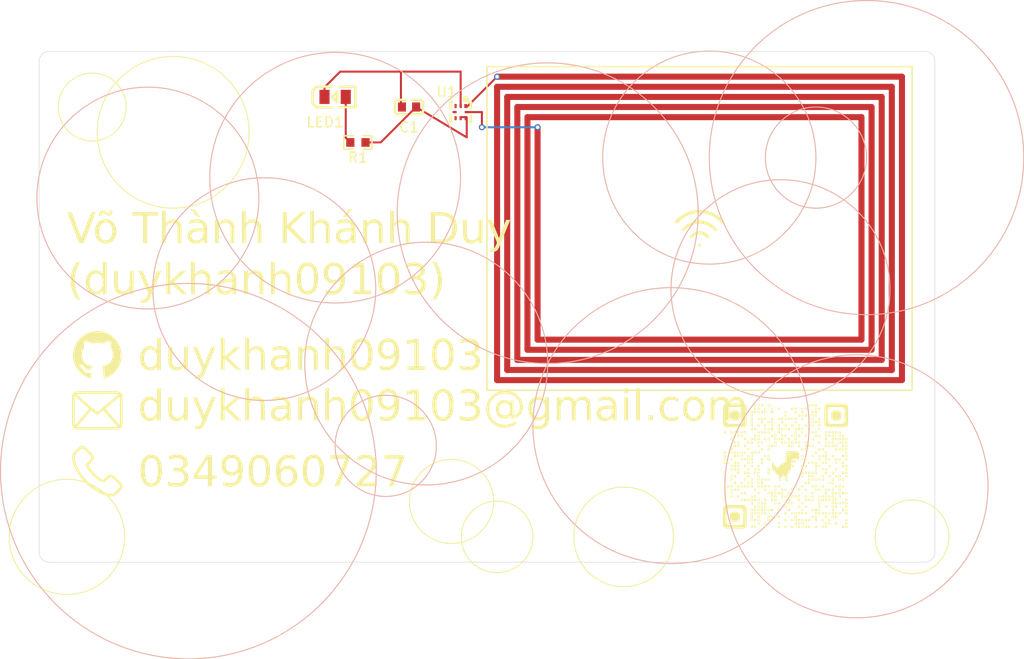
<source format=kicad_pcb>
(kicad_pcb (version 20241229) (generator "pcbnew") (generator_version "9.0")
  (layers (0 "F.Cu" signal) (2 "B.Cu" signal) (13 "F.Paste" user) (15 "B.Paste" user) (5 "F.SilkS" user "F.Silkscreen") (7 "B.SilkS" user "B.Silkscreen") (1 "F.Mask" user) (3 "B.Mask" user) (25 "Edge.Cuts" user))
  (net 0 "")
  (net 1 "Net-(U1-VCC)")
  (net 2 "Net-(LED1--)")
  (net 3 "Net-(LED1-+)")
  (footprint "LOGO" (layer "F.Cu") (at 158 68.5)
    (property "Reference" "phone" (hide yes))
    (property "Value" "LOGO" (hide yes))
  )
  (footprint "EasyEDA:R0603" (layer "F.Cu") (at 183.75 36)
    (property "Reference" "R1" (at 0 1.5 0) (layer "F.SilkS"))
    (property "Value" "0603WAF470JT5E" (hide yes))
    (pad "1" smd rect (at -0.75 0) (size 0.81 0.86) (layers "F.Cu" "F.Mask" "F.Paste") (net 3 "Net-(LED1-+)"))
    (pad "2" smd rect (at 0.75 0) (size 0.81 0.86) (layers "F.Cu" "F.Mask" "F.Paste") (net 1 "Net-(U1-VCC)"))
  )
  (footprint "Antenna_40000000x30000000mm" (layer "F.Cu") (at 217.5 44.5 -90)
    (property "Reference" "REF**" (hide yes))
    (property "Value" "antenna")
    (fp_line (start -15 20) (end -15 -19.999999) (stroke (width 0.6)) (layer "F.Cu"))
    (fp_line (start -13.999999 20) (end -13.999999 -18.999998) (stroke (width 0.6)) (layer "F.Cu"))
    (fp_line (start 14.999999 20) (end -13.999999 20) (stroke (width 0.6)) (layer "F.Cu"))
    (fp_line (start -12.999998 18.999999) (end -12.999998 -17.999998) (stroke (width 0.6)) (layer "F.Cu"))
    (fp_line (start 13.999998 18.999999) (end -12.999998 18.999999) (stroke (width 0.6)) (layer "F.Cu"))
    (fp_line (start -11.999998 17.999998) (end -11.999998 -16.999997) (stroke (width 0.6)) (layer "F.Cu"))
    (fp_line (start 12.999998 17.999998) (end -11.999998 17.999998) (stroke (width 0.6)) (layer "F.Cu"))
    (fp_line (start -10.999997 16.999998) (end -10.999997 -15.999996) (stroke (width 0.6)) (layer "F.Cu"))
    (fp_line (start 11.999997 16.999998) (end -10.999997 16.999998) (stroke (width 0.6)) (layer "F.Cu"))
    (fp_line (start 10.999996 15.999997) (end -9.999996 15.999997) (stroke (width 0.6)) (layer "F.Cu"))
    (fp_line (start -10.999997 -15.999996) (end 10.999996 -15.999996) (stroke (width 0.6)) (layer "F.Cu"))
    (fp_line (start 10.999996 -15.999996) (end 10.999996 15.999997) (stroke (width 0.6)) (layer "F.Cu"))
    (fp_line (start -11.999998 -16.999997) (end 11.999997 -16.999997) (stroke (width 0.6)) (layer "F.Cu"))
    (fp_line (start 11.999997 -16.999997) (end 11.999997 16.999998) (stroke (width 0.6)) (layer "F.Cu"))
    (fp_line (start -12.999998 -17.999998) (end 12.999998 -17.999998) (stroke (width 0.6)) (layer "F.Cu"))
    (fp_line (start 12.999998 -17.999998) (end 12.999998 17.999998) (stroke (width 0.6)) (layer "F.Cu"))
    (fp_line (start -13.999999 -18.999998) (end 13.999998 -18.999998) (stroke (width 0.6)) (layer "F.Cu"))
    (fp_line (start 13.999998 -18.999998) (end 13.999998 18.999999) (stroke (width 0.6)) (layer "F.Cu"))
    (fp_line (start -15 -19.999999) (end 14.999999 -19.999999) (stroke (width 0.6)) (layer "F.Cu"))
    (fp_line (start 14.999999 -19.999999) (end 14.999999 20) (stroke (width 0.6)) (layer "F.Cu"))
    (pad "1" thru_hole circle (at -15 20 270) (size 0.6 0.6) (drill 0.35) (layers "*.Cu" "*.Mask"))
    (pad "2" thru_hole circle (at -9.999996 15.999997 270) (size 0.6 0.6) (drill 0.35) (layers "*.Cu" "*.Mask"))
  )
  (footprint "EasyEDA:XQFN-8_L1.6-W1.6-P0.50-BL_NT3H2111W0FHKH" (layer "F.Cu") (at 193.9 33 -90)
    (property "Reference" "U1" (at -2 1.4 0) (layer "F.SilkS"))
    (property "Value" "NT3H2111W0FHKH" (hide yes))
    (pad "1" smd rect (at -0.6 -0.5 270) (size 0.4 0.28) (layers "F.Cu" "F.Mask" "F.Paste"))
    (pad "2" smd rect (at -0.6 0 270) (size 0.4 0.22) (layers "F.Cu" "F.Mask" "F.Paste") (net 2 "Net-(LED1--)"))
    (pad "3" smd rect (at -0.6 0.5 270) (size 0.4 0.22) (layers "F.Cu" "F.Mask" "F.Paste"))
    (pad "4" smd rect (at 0 0.6) (size 0.4 0.22) (layers "F.Cu" "F.Mask" "F.Paste"))
    (pad "5" smd rect (at 0.6 0.5 270) (size 0.4 0.22) (layers "F.Cu" "F.Mask" "F.Paste"))
    (pad "6" smd rect (at 0.6 0 270) (size 0.4 0.22) (layers "F.Cu" "F.Mask" "F.Paste") (net 1 "Net-(U1-VCC)"))
    (pad "7" smd rect (at 0.6 -0.5 270) (size 0.4 0.22) (layers "F.Cu" "F.Mask" "F.Paste") (net 1 "Net-(U1-VCC)"))
    (pad "8" smd rect (at 0 -0.6) (size 0.4 0.22) (layers "F.Cu" "F.Mask" "F.Paste"))
  )
  (footprint "EasyEDA:C0603" (layer "F.Cu") (at 188.8 32.5)
    (property "Reference" "C1" (at 0 2 0) (layer "F.SilkS"))
    (property "Value" "CL10B224KA8NNNC" (hide yes))
    (pad "1" smd rect (at -0.7 0) (size 0.8 0.9) (layers "F.Cu" "F.Mask" "F.Paste") (net 2 "Net-(LED1--)"))
    (pad "2" smd rect (at 0.7 0) (size 0.8 0.9) (layers "F.Cu" "F.Mask" "F.Paste") (net 1 "Net-(U1-VCC)"))
  )
  (footprint "LOGO" (layer "F.Cu") (at 226 68)
    (property "Reference" "github qr code" (hide yes))
    (property "Value" "LOGO" (hide yes))
  )
  (footprint "EasyEDA:LED0805-R-RD" (layer "F.Cu") (at 181.5 31.5)
    (property "Reference" "LED1" (at -1 2.5 0) (layer "F.SilkS"))
    (property "Value" "17-21SUYC/TR8" (hide yes))
    (pad "1" smd rect (at 1.05 0 180) (size 1 1.4) (layers "F.Cu" "F.Mask" "F.Paste") (net 3 "Net-(LED1-+)"))
    (pad "2" smd rect (at -1.05 0 180) (size 1 1.4) (layers "F.Cu" "F.Mask" "F.Paste") (net 2 "Net-(LED1--)"))
  )
  (footprint "" (layer "F.Cu") (at 196 34.5)
    (property "Reference" "" (at 0 0 0) (layer "F.SilkS") (effects (font (size 1.27 1.27))))
    (property "Value" "")
    (pad "2" thru_hole circle (at 0 0 270) (size 0.6 0.6) (drill 0.35) (layers "*.Cu" "*.Mask"))
  )
  (footprint "LOGO" (layer "F.Cu") (at 217.5 44.5)
    (property "Reference" "G***" (hide yes))
    (property "Value" "LOGO" (hide yes))
  )
  (footprint "LOGO" (layer "F.Cu") (at 158 57)
    (property "Reference" "github" (hide yes))
    (property "Value" "LOGO" (hide yes))
  )
  (footprint "LOGO" (layer "F.Cu") (at 158 62.5)
    (property "Reference" "Mail" (hide yes))
    (property "Value" "LOGO" (hide yes))
  )
  (gr_line (start 188 29) (end 188 32.5) (stroke (width 0.2)) (layer "F.Cu") (net 2))
  (gr_line (start 194.5 35.5) (end 189.5 32.5) (stroke (width 0.2)) (layer "F.Cu") (net 1))
  (gr_line (start 193.9 32.5) (end 193.9 29) (stroke (width 0.2)) (layer "F.Cu") (net 2))
  (gr_line (start 194.5 32.5) (end 197.5 29.5) (stroke (width 0.2)) (layer "F.Cu") (net 8))
  (gr_line (start 196 33) (end 196 34.5) (stroke (width 0.2)) (layer "F.Cu") (net 7))
  (gr_line (start 194.5 33) (end 196 33) (stroke (width 0.2)) (layer "F.Cu") (net 7))
  (gr_line (start 193.9 29) (end 188 29) (stroke (width 0.2)) (layer "F.Cu") (net 2))
  (gr_line (start 194.5 33.5) (end 194.5 35.5) (stroke (width 0.2)) (layer "F.Cu") (net 1))
  (gr_line (start 194.408827 33.5) (end 194 33.5) (stroke (width 0.2)) (layer "F.Cu") (net 1))
  (gr_line (start 196 34.5) (end 201.5 34.5) (stroke (width 0.2)) (layer "B.Cu") (net 7))
  (gr_circle (center 210 75) (end 212 70.5) (stroke (width 0.1)) (fill no) (layer "F.SilkS"))
  (gr_circle (center 165.5 35) (end 173 35) (stroke (width 0.1)) (fill no) (layer "F.SilkS"))
  (gr_circle (center 193 71.5) (end 197.035534 70.5) (stroke (width 0.1)) (fill no) (layer "F.SilkS"))
  (gr_circle (center 238.5 75) (end 239.5 71.5) (stroke (width 0.1)) (fill no) (layer "F.SilkS"))
  (gr_circle (center 155 75) (end 150.5 78.5) (stroke (width 0.1)) (fill no) (layer "F.SilkS"))
  (gr_circle (center 157.5 32.5) (end 159 35.5) (stroke (width 0.1)) (fill no) (layer "F.SilkS"))
  (gr_circle (center 197.5 75) (end 200 72.5) (stroke (width 0.1)) (fill no) (layer "F.SilkS"))
  (gr_circle (center 167 68.5) (end 168.5 50) (stroke (width 0.1)) (fill no) (layer "B.SilkS"))
  (gr_circle (center 190.5 57.866069) (end 202.5 57.866069) (stroke (width 0.1)) (fill no) (layer "B.SilkS"))
  (gr_circle (center 174.5 50.5) (end 167.5 42) (stroke (width 0.1)) (fill no) (layer "B.SilkS"))
  (gr_circle (center 229 37.5) (end 226 41.5) (stroke (width 0.1)) (fill no) (layer "B.SilkS"))
  (gr_circle (center 225.5 50.5) (end 219.5 41.5) (stroke (width 0.1)) (fill no) (layer "B.SilkS"))
  (gr_circle (center 234 37.5) (end 225.5 50.5) (stroke (width 0.1)) (fill no) (layer "B.SilkS"))
  (gr_circle (center 186.5 66) (end 183.5 62) (stroke (width 0.1)) (fill no) (layer "B.SilkS"))
  (gr_circle (center 202.5 43) (end 216.5 48) (stroke (width 0.1)) (fill no) (layer "B.SilkS"))
  (gr_circle (center 163 41.5) (end 171 49) (stroke (width 0.1)) (fill no) (layer "B.SilkS"))
  (gr_circle (center 214.683346 64) (end 202.5 57.866069) (stroke (width 0.1)) (fill no) (layer "B.SilkS"))
  (gr_circle (center 181.5 39.488642) (end 172.5 48) (stroke (width 0.1)) (fill no) (layer "B.SilkS"))
  (gr_circle (center 233 70) (end 221 65) (stroke (width 0.1)) (fill no) (layer "B.SilkS"))
  (gr_circle (center 218.467775 37.5) (end 229 37.5) (stroke (width 0.1)) (fill no) (layer "B.SilkS"))
  (gr_arc (start 240.75 76.5) (mid 240.457107 77.207107) (end 239.75 77.5) (stroke (width 0.05)) (layer "Edge.Cuts"))
  (gr_arc (start 152.25 28) (mid 152.542893 27.292893) (end 153.25 27) (stroke (width 0.05)) (layer "Edge.Cuts"))
  (gr_line (start 240.75 28) (end 240.75 76.5) (stroke (width 0.05)) (layer "Edge.Cuts"))
  (gr_arc (start 153.25 77.5) (mid 152.542893 77.207107) (end 152.25 76.5) (stroke (width 0.05)) (layer "Edge.Cuts"))
  (gr_line (start 152.25 76.5) (end 152.25 28) (stroke (width 0.05)) (layer "Edge.Cuts"))
  (gr_arc (start 239.75 27) (mid 240.457107 27.292893) (end 240.75 28) (stroke (width 0.05)) (layer "Edge.Cuts"))
  (gr_line (start 153.25 27) (end 239.75 27) (stroke (width 0.05)) (layer "Edge.Cuts"))
  (gr_line (start 239.75 77.5) (end 153.25 77.5) (stroke (width 0.05)) (layer "Edge.Cuts"))
  (gr_text "Võ Thành Khánh Duy\n(duykhanh09103)" (at 155 51.5 0) (layer "F.SilkS") (effects (font (size 3 3)) (justify left bottom)))
  (gr_text "0349060727" (at 162 70.5 0) (layer "F.SilkS") (effects (font (size 3 3)) (justify left bottom)))
  (gr_text "duykhanh09103@gmail.com" (at 162 64 0) (layer "F.SilkS") (effects (font (size 3 3)) (justify left bottom)))
  (gr_text "duykhanh09103" (at 162 59 0) (layer "F.SilkS") (effects (font (size 3 3)) (justify left bottom)))
  (segment (start 184.5 36) (end 186 36) (width 0.2) (layer "F.Cu") (net 1))
  (segment (start 186 36) (end 189.5 32.5) (width 0.2) (layer "F.Cu") (net 1))
  (segment (start 180.45 31.5) (end 180.45 30.55) (width 0.2) (layer "F.Cu") (net 2))
  (segment (start 182 29) (end 188 29) (width 0.2) (layer "F.Cu") (net 2))
  (segment (start 180.45 30.55) (end 182 29) (width 0.2) (layer "F.Cu") (net 2))
  (segment (start 182.55 35.55) (end 183 36) (width 0.2) (layer "F.Cu") (net 3))
  (segment (start 182.55 31.5) (end 182.55 35.55) (width 0.2) (layer "F.Cu") (net 3))
)
</source>
